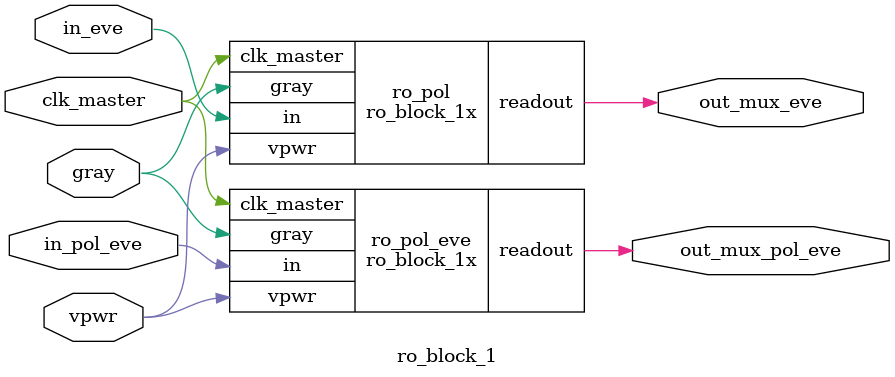
<source format=v>


`include "./../feedback/tbuf.v"
`include "./../feedback/gray_count.v"
`include "./../feedback/asyn_rstb_dff.v"
`include "./../feedback/asyn_rstb_dff_n.v"
`include "./../feedback/mux_2_1.v"
`include "./../feedback/buffer.v"
`timescale 1ns/1fs

module edge_ff(
input d,rstb,clk,
output wire out);
wire [1:0]q;
wire buff_out;
buffer bf(.in(clk),.out(buff_out));
asyn_rstb_dff dff(.clk(buff_out),.d(d),.rstb(rstb),.q(q[1]));
asyn_rstb_dff_n dff_n(.clk(buff_out),.d(d),.rstb(rstb),.q(q[0]));
mux_2_1 mux(.in_0(q[0]),.in_1(q[1]),.sel(clk),.out(out));
endmodule


//first_readout_block fastest data out
module ro_block_1x(
	input vpwr,
	input gray,clk_master,in, //pwr is the vdd input 
	output wire readout);	   //gray is the gray clk bits
	wire eff_out,eff_outb;
	assign eff_outb=~eff_out;			   

	edge_ff eff(
		.d(vpwr),		//readout is the output of the readout block.
		.rstb(clk_master), //clkdiv2 is the max frequency of the core.
		.clk(gray),
		.out(eff_out));

	tbuf tribuf(
		.in(in),
		.ctrlb(eff_outb),
		.out(readout));
endmodule

module ro_block_1(
	input vpwr,
	input gray,clk_master,
	input in_eve,in_pol_eve,
	output wire out_mux_eve,out_mux_pol_eve);
	
	ro_block_1x ro_pol(
		.vpwr(vpwr),
		.gray(gray),
		.clk_master(clk_master),
		.in(in_eve),
		.readout(out_mux_eve));

	ro_block_1x ro_pol_eve(
		.vpwr(vpwr),
		.gray(gray),
		.clk_master(clk_master),
		.in(in_pol_eve),
		.readout(out_mux_pol_eve));
endmodule





/*
//Testbench
//gc: Gray Counter
//c: Counter
//clk_ext_global: master clock
module tb_ro_block_1;						   //gc_clk is the gray counter clock
	reg vpwr,clk_master,clkdiv2,rstb,in_eve,in_pol_eve; //vpwr is the connection to d pin of eff
	wire [18:0]gc_clk;						   //clk_master is the global external clock 
	wire [1:0]read_out_iq;					   //clkdiv2 is the max core clock
	parameter PERIOD_MASTER=400;			   //read_out_iq[1]: out_mux_pol_eve
	real clk_master_half_pd=PERIOD_MASTER/2;   //read_out_iq[0]:out_mux_eve
	parameter n=1; // n is core's index.
	parameter PERIOD_CORE=400*(2**(n-1));
	real clk_core_half_pd=(PERIOD_CORE)/2;
	real comp_out_half_pd=PERIOD_CORE;//factor of 2 is multiplied here because the period of comput is double that of the core clock
	
	//module instantiation	
	gray_count gc_clock(
		.clk(clk_master), 
		.reset(rstb), 
		.gray_count(gc_clk[18:0]));

	ro_block_1 ro_block(
		.vpwr(vpwr),
		.gray(gc_clk[n-1]), //parameterize the testbench for all the readouts
		.clk_master(clk_master),
		.in_eve(in_eve),
		.in_pol_eve(in_pol_eve),
		.out_mux_eve(read_out_iq[0]),
		.out_mux_pol_eve(read_out_iq[1]));

	initial begin
	$dumpfile("ro_block_1.vcd");
	$dumpvars;
	end 

	//signal generation
	initial begin
		clk_master=0;
		forever
			#(clk_master_half_pd)clk_master = ~clk_master; //ext_clk generation freq=2.56 MHz
	end

	initial begin
		clkdiv2=0;
		//#(clk_master_half_pd) clkdiv2=1;
		forever
			#(clk_core_half_pd)clkdiv2 = ~clkdiv2; //ext_clk generation freq=2.56 MHz
	end

	//modelling in_eve(or in_pol_eve) using comp_out as it follows the same edges for its data release. 	
	always @(posedge rstb or negedge rstb or negedge clkdiv2) begin
		//in_eve=0;
			if(rstb&~clkdiv2) begin
				#2 in_eve<=1;
				#(comp_out_half_pd) in_eve=~in_eve;
				end
			else in_eve<=in_eve;
	end 

	//modelling in_eve(or in_pol_eve) using comp_out as it follows the same edges for its data release. 	
	always @(posedge rstb or negedge rstb or negedge clkdiv2) begin
		//in_pol_eve=0;
			if(rstb&~clkdiv2) begin
				#2 in_pol_eve<=1;
				#(comp_out_half_pd) in_pol_eve=~in_pol_eve;
				end
			else in_pol_eve<=in_pol_eve;
	end 


	initial begin
		rstb=0;
		vpwr=1;
		#5 rstb=1;
		repeat(700) @(posedge clkdiv2);
     	#100;
		$finish; 
	end
	endmodule
*/


</source>
